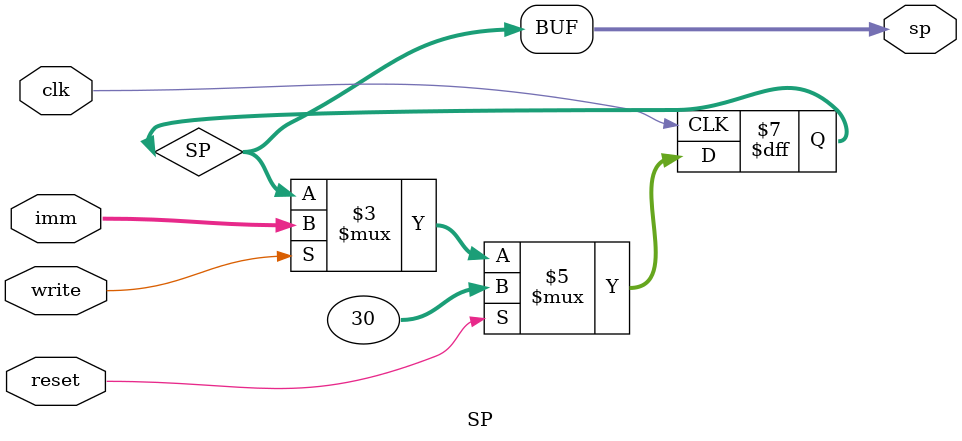
<source format=v>

module SP(write,imm,clk,sp,reset);
        input [31:0] imm;
        input clk,write,reset;
        reg [31:0] SP;
        output [31:0] sp;
        always @(posedge clk)begin
            if(write==1) SP<=imm;
            if(reset) SP<=30;
        end
        assign sp=SP;
endmodule
</source>
